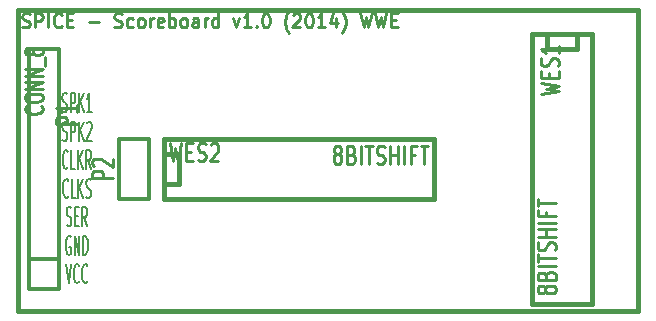
<source format=gto>
G04 (created by PCBNEW-RS274X (2012-apr-16-27)-stable) date Thu 19 Jun 2014 09:24:34 AM PDT*
G01*
G70*
G90*
%MOIN*%
G04 Gerber Fmt 3.4, Leading zero omitted, Abs format*
%FSLAX34Y34*%
G04 APERTURE LIST*
%ADD10C,0.006000*%
%ADD11C,0.015000*%
%ADD12C,0.006900*%
%ADD13C,0.010800*%
%ADD14C,0.012000*%
%ADD15C,0.010700*%
%ADD16C,0.010000*%
%ADD17C,0.011300*%
G04 APERTURE END LIST*
G54D10*
G54D11*
X25787Y-05709D02*
X05118Y-05709D01*
X25787Y-15748D02*
X25787Y-05709D01*
X05118Y-15748D02*
X25787Y-15748D01*
X05118Y-05709D02*
X05118Y-15748D01*
G54D12*
X06601Y-09083D02*
X06640Y-09113D01*
X06706Y-09113D01*
X06732Y-09083D01*
X06745Y-09053D01*
X06758Y-08993D01*
X06758Y-08933D01*
X06745Y-08873D01*
X06732Y-08843D01*
X06706Y-08813D01*
X06653Y-08783D01*
X06627Y-08753D01*
X06614Y-08723D01*
X06601Y-08663D01*
X06601Y-08603D01*
X06614Y-08543D01*
X06627Y-08513D01*
X06653Y-08483D01*
X06719Y-08483D01*
X06758Y-08513D01*
X06877Y-09113D02*
X06877Y-08483D01*
X06982Y-08483D01*
X07008Y-08513D01*
X07021Y-08543D01*
X07034Y-08603D01*
X07034Y-08693D01*
X07021Y-08753D01*
X07008Y-08783D01*
X06982Y-08813D01*
X06877Y-08813D01*
X07153Y-09113D02*
X07153Y-08483D01*
X07310Y-09113D02*
X07192Y-08753D01*
X07310Y-08483D02*
X07153Y-08843D01*
X07573Y-09113D02*
X07416Y-09113D01*
X07494Y-09113D02*
X07494Y-08483D01*
X07468Y-08573D01*
X07442Y-08633D01*
X07416Y-08663D01*
X06601Y-10034D02*
X06640Y-10064D01*
X06706Y-10064D01*
X06732Y-10034D01*
X06745Y-10004D01*
X06758Y-09944D01*
X06758Y-09884D01*
X06745Y-09824D01*
X06732Y-09794D01*
X06706Y-09764D01*
X06653Y-09734D01*
X06627Y-09704D01*
X06614Y-09674D01*
X06601Y-09614D01*
X06601Y-09554D01*
X06614Y-09494D01*
X06627Y-09464D01*
X06653Y-09434D01*
X06719Y-09434D01*
X06758Y-09464D01*
X06877Y-10064D02*
X06877Y-09434D01*
X06982Y-09434D01*
X07008Y-09464D01*
X07021Y-09494D01*
X07034Y-09554D01*
X07034Y-09644D01*
X07021Y-09704D01*
X07008Y-09734D01*
X06982Y-09764D01*
X06877Y-09764D01*
X07153Y-10064D02*
X07153Y-09434D01*
X07310Y-10064D02*
X07192Y-09704D01*
X07310Y-09434D02*
X07153Y-09794D01*
X07416Y-09494D02*
X07429Y-09464D01*
X07455Y-09434D01*
X07521Y-09434D01*
X07547Y-09464D01*
X07560Y-09494D01*
X07573Y-09554D01*
X07573Y-09614D01*
X07560Y-09704D01*
X07402Y-10064D01*
X07573Y-10064D01*
X06785Y-10955D02*
X06772Y-10985D01*
X06733Y-11015D01*
X06707Y-11015D01*
X06667Y-10985D01*
X06641Y-10925D01*
X06628Y-10865D01*
X06615Y-10745D01*
X06615Y-10655D01*
X06628Y-10535D01*
X06641Y-10475D01*
X06667Y-10415D01*
X06707Y-10385D01*
X06733Y-10385D01*
X06772Y-10415D01*
X06785Y-10445D01*
X07035Y-11015D02*
X06904Y-11015D01*
X06904Y-10385D01*
X07127Y-11015D02*
X07127Y-10385D01*
X07284Y-11015D02*
X07166Y-10655D01*
X07284Y-10385D02*
X07127Y-10745D01*
X07560Y-11015D02*
X07468Y-10715D01*
X07403Y-11015D02*
X07403Y-10385D01*
X07508Y-10385D01*
X07534Y-10415D01*
X07547Y-10445D01*
X07560Y-10505D01*
X07560Y-10595D01*
X07547Y-10655D01*
X07534Y-10685D01*
X07508Y-10715D01*
X07403Y-10715D01*
X06791Y-11906D02*
X06778Y-11936D01*
X06739Y-11966D01*
X06713Y-11966D01*
X06673Y-11936D01*
X06647Y-11876D01*
X06634Y-11816D01*
X06621Y-11696D01*
X06621Y-11606D01*
X06634Y-11486D01*
X06647Y-11426D01*
X06673Y-11366D01*
X06713Y-11336D01*
X06739Y-11336D01*
X06778Y-11366D01*
X06791Y-11396D01*
X07041Y-11966D02*
X06910Y-11966D01*
X06910Y-11336D01*
X07133Y-11966D02*
X07133Y-11336D01*
X07290Y-11966D02*
X07172Y-11606D01*
X07290Y-11336D02*
X07133Y-11696D01*
X07396Y-11936D02*
X07435Y-11966D01*
X07501Y-11966D01*
X07527Y-11936D01*
X07540Y-11906D01*
X07553Y-11846D01*
X07553Y-11786D01*
X07540Y-11726D01*
X07527Y-11696D01*
X07501Y-11666D01*
X07448Y-11636D01*
X07422Y-11606D01*
X07409Y-11576D01*
X07396Y-11516D01*
X07396Y-11456D01*
X07409Y-11396D01*
X07422Y-11366D01*
X07448Y-11336D01*
X07514Y-11336D01*
X07553Y-11366D01*
X06746Y-12887D02*
X06785Y-12917D01*
X06851Y-12917D01*
X06877Y-12887D01*
X06890Y-12857D01*
X06903Y-12797D01*
X06903Y-12737D01*
X06890Y-12677D01*
X06877Y-12647D01*
X06851Y-12617D01*
X06798Y-12587D01*
X06772Y-12557D01*
X06759Y-12527D01*
X06746Y-12467D01*
X06746Y-12407D01*
X06759Y-12347D01*
X06772Y-12317D01*
X06798Y-12287D01*
X06864Y-12287D01*
X06903Y-12317D01*
X07022Y-12587D02*
X07114Y-12587D01*
X07153Y-12917D02*
X07022Y-12917D01*
X07022Y-12287D01*
X07153Y-12287D01*
X07429Y-12917D02*
X07337Y-12617D01*
X07272Y-12917D02*
X07272Y-12287D01*
X07377Y-12287D01*
X07403Y-12317D01*
X07416Y-12347D01*
X07429Y-12407D01*
X07429Y-12497D01*
X07416Y-12557D01*
X07403Y-12587D01*
X07377Y-12617D01*
X07272Y-12617D01*
X06877Y-13268D02*
X06851Y-13238D01*
X06812Y-13238D01*
X06772Y-13268D01*
X06746Y-13328D01*
X06733Y-13388D01*
X06720Y-13508D01*
X06720Y-13598D01*
X06733Y-13718D01*
X06746Y-13778D01*
X06772Y-13838D01*
X06812Y-13868D01*
X06838Y-13868D01*
X06877Y-13838D01*
X06890Y-13808D01*
X06890Y-13598D01*
X06838Y-13598D01*
X07009Y-13868D02*
X07009Y-13238D01*
X07166Y-13868D01*
X07166Y-13238D01*
X07298Y-13868D02*
X07298Y-13238D01*
X07363Y-13238D01*
X07403Y-13268D01*
X07429Y-13328D01*
X07442Y-13388D01*
X07455Y-13508D01*
X07455Y-13598D01*
X07442Y-13718D01*
X07429Y-13778D01*
X07403Y-13838D01*
X07363Y-13868D01*
X07298Y-13868D01*
X06719Y-14189D02*
X06811Y-14819D01*
X06903Y-14189D01*
X07153Y-14759D02*
X07140Y-14789D01*
X07101Y-14819D01*
X07075Y-14819D01*
X07035Y-14789D01*
X07009Y-14729D01*
X06996Y-14669D01*
X06983Y-14549D01*
X06983Y-14459D01*
X06996Y-14339D01*
X07009Y-14279D01*
X07035Y-14219D01*
X07075Y-14189D01*
X07101Y-14189D01*
X07140Y-14219D01*
X07153Y-14249D01*
X07429Y-14759D02*
X07416Y-14789D01*
X07377Y-14819D01*
X07351Y-14819D01*
X07311Y-14789D01*
X07285Y-14729D01*
X07272Y-14669D01*
X07259Y-14549D01*
X07259Y-14459D01*
X07272Y-14339D01*
X07285Y-14279D01*
X07311Y-14219D01*
X07351Y-14189D01*
X07377Y-14189D01*
X07416Y-14219D01*
X07429Y-14249D01*
G54D13*
X05258Y-06271D02*
X05320Y-06293D01*
X05423Y-06293D01*
X05465Y-06271D01*
X05485Y-06248D01*
X05506Y-06203D01*
X05506Y-06158D01*
X05485Y-06113D01*
X05465Y-06091D01*
X05423Y-06068D01*
X05341Y-06046D01*
X05300Y-06023D01*
X05279Y-06001D01*
X05258Y-05956D01*
X05258Y-05911D01*
X05279Y-05866D01*
X05300Y-05844D01*
X05341Y-05821D01*
X05444Y-05821D01*
X05506Y-05844D01*
X05691Y-06293D02*
X05691Y-05821D01*
X05856Y-05821D01*
X05897Y-05844D01*
X05918Y-05866D01*
X05939Y-05911D01*
X05939Y-05978D01*
X05918Y-06023D01*
X05897Y-06046D01*
X05856Y-06068D01*
X05691Y-06068D01*
X06124Y-06293D02*
X06124Y-05821D01*
X06578Y-06248D02*
X06557Y-06271D01*
X06495Y-06293D01*
X06454Y-06293D01*
X06392Y-06271D01*
X06351Y-06226D01*
X06330Y-06181D01*
X06309Y-06091D01*
X06309Y-06023D01*
X06330Y-05933D01*
X06351Y-05888D01*
X06392Y-05844D01*
X06454Y-05821D01*
X06495Y-05821D01*
X06557Y-05844D01*
X06578Y-05866D01*
X06763Y-06046D02*
X06907Y-06046D01*
X06969Y-06293D02*
X06763Y-06293D01*
X06763Y-05821D01*
X06969Y-05821D01*
X07485Y-06113D02*
X07815Y-06113D01*
X08330Y-06271D02*
X08392Y-06293D01*
X08495Y-06293D01*
X08537Y-06271D01*
X08557Y-06248D01*
X08578Y-06203D01*
X08578Y-06158D01*
X08557Y-06113D01*
X08537Y-06091D01*
X08495Y-06068D01*
X08413Y-06046D01*
X08372Y-06023D01*
X08351Y-06001D01*
X08330Y-05956D01*
X08330Y-05911D01*
X08351Y-05866D01*
X08372Y-05844D01*
X08413Y-05821D01*
X08516Y-05821D01*
X08578Y-05844D01*
X08949Y-06271D02*
X08907Y-06293D01*
X08825Y-06293D01*
X08784Y-06271D01*
X08763Y-06248D01*
X08742Y-06203D01*
X08742Y-06068D01*
X08763Y-06023D01*
X08784Y-06001D01*
X08825Y-05978D01*
X08907Y-05978D01*
X08949Y-06001D01*
X09196Y-06293D02*
X09155Y-06271D01*
X09134Y-06248D01*
X09113Y-06203D01*
X09113Y-06068D01*
X09134Y-06023D01*
X09155Y-06001D01*
X09196Y-05978D01*
X09258Y-05978D01*
X09299Y-06001D01*
X09320Y-06023D01*
X09340Y-06068D01*
X09340Y-06203D01*
X09320Y-06248D01*
X09299Y-06271D01*
X09258Y-06293D01*
X09196Y-06293D01*
X09526Y-06293D02*
X09526Y-05978D01*
X09526Y-06068D02*
X09547Y-06023D01*
X09567Y-06001D01*
X09609Y-05978D01*
X09650Y-05978D01*
X09959Y-06271D02*
X09918Y-06293D01*
X09835Y-06293D01*
X09794Y-06271D01*
X09773Y-06226D01*
X09773Y-06046D01*
X09794Y-06001D01*
X09835Y-05978D01*
X09918Y-05978D01*
X09959Y-06001D01*
X09980Y-06046D01*
X09980Y-06091D01*
X09773Y-06136D01*
X10165Y-06293D02*
X10165Y-05821D01*
X10165Y-06001D02*
X10206Y-05978D01*
X10289Y-05978D01*
X10330Y-06001D01*
X10351Y-06023D01*
X10371Y-06068D01*
X10371Y-06203D01*
X10351Y-06248D01*
X10330Y-06271D01*
X10289Y-06293D01*
X10206Y-06293D01*
X10165Y-06271D01*
X10619Y-06293D02*
X10578Y-06271D01*
X10557Y-06248D01*
X10536Y-06203D01*
X10536Y-06068D01*
X10557Y-06023D01*
X10578Y-06001D01*
X10619Y-05978D01*
X10681Y-05978D01*
X10722Y-06001D01*
X10743Y-06023D01*
X10763Y-06068D01*
X10763Y-06203D01*
X10743Y-06248D01*
X10722Y-06271D01*
X10681Y-06293D01*
X10619Y-06293D01*
X11135Y-06293D02*
X11135Y-06046D01*
X11114Y-06001D01*
X11073Y-05978D01*
X10990Y-05978D01*
X10949Y-06001D01*
X11135Y-06271D02*
X11093Y-06293D01*
X10990Y-06293D01*
X10949Y-06271D01*
X10928Y-06226D01*
X10928Y-06181D01*
X10949Y-06136D01*
X10990Y-06113D01*
X11093Y-06113D01*
X11135Y-06091D01*
X11341Y-06293D02*
X11341Y-05978D01*
X11341Y-06068D02*
X11362Y-06023D01*
X11382Y-06001D01*
X11424Y-05978D01*
X11465Y-05978D01*
X11795Y-06293D02*
X11795Y-05821D01*
X11795Y-06271D02*
X11753Y-06293D01*
X11671Y-06293D01*
X11630Y-06271D01*
X11609Y-06248D01*
X11588Y-06203D01*
X11588Y-06068D01*
X11609Y-06023D01*
X11630Y-06001D01*
X11671Y-05978D01*
X11753Y-05978D01*
X11795Y-06001D01*
X12290Y-05978D02*
X12393Y-06293D01*
X12496Y-05978D01*
X12888Y-06293D02*
X12640Y-06293D01*
X12764Y-06293D02*
X12764Y-05821D01*
X12723Y-05888D01*
X12682Y-05933D01*
X12640Y-05956D01*
X13073Y-06248D02*
X13094Y-06271D01*
X13073Y-06293D01*
X13052Y-06271D01*
X13073Y-06248D01*
X13073Y-06293D01*
X13362Y-05821D02*
X13403Y-05821D01*
X13444Y-05844D01*
X13465Y-05866D01*
X13485Y-05911D01*
X13506Y-06001D01*
X13506Y-06113D01*
X13485Y-06203D01*
X13465Y-06248D01*
X13444Y-06271D01*
X13403Y-06293D01*
X13362Y-06293D01*
X13320Y-06271D01*
X13300Y-06248D01*
X13279Y-06203D01*
X13258Y-06113D01*
X13258Y-06001D01*
X13279Y-05911D01*
X13300Y-05866D01*
X13320Y-05844D01*
X13362Y-05821D01*
X14145Y-06473D02*
X14124Y-06450D01*
X14083Y-06383D01*
X14062Y-06338D01*
X14042Y-06271D01*
X14021Y-06158D01*
X14021Y-06068D01*
X14042Y-05956D01*
X14062Y-05888D01*
X14083Y-05844D01*
X14124Y-05776D01*
X14145Y-05754D01*
X14289Y-05866D02*
X14310Y-05844D01*
X14351Y-05821D01*
X14454Y-05821D01*
X14496Y-05844D01*
X14516Y-05866D01*
X14537Y-05911D01*
X14537Y-05956D01*
X14516Y-06023D01*
X14269Y-06293D01*
X14537Y-06293D01*
X14805Y-05821D02*
X14846Y-05821D01*
X14887Y-05844D01*
X14908Y-05866D01*
X14928Y-05911D01*
X14949Y-06001D01*
X14949Y-06113D01*
X14928Y-06203D01*
X14908Y-06248D01*
X14887Y-06271D01*
X14846Y-06293D01*
X14805Y-06293D01*
X14763Y-06271D01*
X14743Y-06248D01*
X14722Y-06203D01*
X14701Y-06113D01*
X14701Y-06001D01*
X14722Y-05911D01*
X14743Y-05866D01*
X14763Y-05844D01*
X14805Y-05821D01*
X15361Y-06293D02*
X15113Y-06293D01*
X15237Y-06293D02*
X15237Y-05821D01*
X15196Y-05888D01*
X15155Y-05933D01*
X15113Y-05956D01*
X15732Y-05978D02*
X15732Y-06293D01*
X15629Y-05799D02*
X15525Y-06136D01*
X15794Y-06136D01*
X15917Y-06473D02*
X15937Y-06450D01*
X15979Y-06383D01*
X15999Y-06338D01*
X16020Y-06271D01*
X16041Y-06158D01*
X16041Y-06068D01*
X16020Y-05956D01*
X15999Y-05888D01*
X15979Y-05844D01*
X15937Y-05776D01*
X15917Y-05754D01*
X16536Y-05821D02*
X16639Y-06293D01*
X16721Y-05956D01*
X16804Y-06293D01*
X16907Y-05821D01*
X17031Y-05821D02*
X17134Y-06293D01*
X17216Y-05956D01*
X17299Y-06293D01*
X17402Y-05821D01*
X17567Y-06046D02*
X17711Y-06046D01*
X17773Y-06293D02*
X17567Y-06293D01*
X17567Y-05821D01*
X17773Y-05821D01*
G54D14*
X05500Y-15000D02*
X05500Y-07000D01*
X05500Y-07000D02*
X06500Y-07000D01*
X06500Y-07000D02*
X06500Y-15000D01*
X06500Y-15000D02*
X05500Y-15000D01*
X06500Y-14000D02*
X05500Y-14000D01*
X09500Y-12000D02*
X08500Y-12000D01*
X08500Y-12000D02*
X08500Y-10000D01*
X08500Y-10000D02*
X09500Y-10000D01*
X09500Y-10000D02*
X09500Y-12000D01*
G54D11*
X23750Y-06500D02*
X23750Y-06500D01*
X23750Y-06500D02*
X23750Y-07000D01*
X23750Y-07000D02*
X22750Y-07000D01*
X22750Y-07000D02*
X22750Y-06500D01*
X24250Y-06500D02*
X24250Y-15500D01*
X24250Y-15500D02*
X22250Y-15500D01*
X22250Y-15500D02*
X22250Y-06500D01*
X22250Y-06500D02*
X24250Y-06500D01*
X10000Y-10500D02*
X10000Y-10500D01*
X10000Y-10500D02*
X10500Y-10500D01*
X10500Y-10500D02*
X10500Y-11500D01*
X10500Y-11500D02*
X10000Y-11500D01*
X10000Y-10000D02*
X19000Y-10000D01*
X19000Y-10000D02*
X19000Y-12000D01*
X19000Y-12000D02*
X10000Y-12000D01*
X10000Y-12000D02*
X10000Y-10000D01*
G54D15*
X07075Y-09516D02*
X06394Y-09516D01*
X06394Y-09353D01*
X06427Y-09312D01*
X06459Y-09292D01*
X06524Y-09272D01*
X06621Y-09272D01*
X06686Y-09292D01*
X06718Y-09312D01*
X06751Y-09353D01*
X06751Y-09516D01*
X07075Y-08864D02*
X07075Y-09108D01*
X07075Y-08986D02*
X06394Y-08986D01*
X06491Y-09027D01*
X06556Y-09068D01*
X06589Y-09108D01*
G54D16*
X05895Y-08918D02*
X05923Y-08937D01*
X05952Y-08994D01*
X05952Y-09032D01*
X05923Y-09090D01*
X05866Y-09128D01*
X05809Y-09147D01*
X05695Y-09166D01*
X05609Y-09166D01*
X05495Y-09147D01*
X05438Y-09128D01*
X05380Y-09090D01*
X05352Y-09032D01*
X05352Y-08994D01*
X05380Y-08937D01*
X05409Y-08918D01*
X05352Y-08671D02*
X05352Y-08594D01*
X05380Y-08556D01*
X05438Y-08518D01*
X05552Y-08499D01*
X05752Y-08499D01*
X05866Y-08518D01*
X05923Y-08556D01*
X05952Y-08594D01*
X05952Y-08671D01*
X05923Y-08709D01*
X05866Y-08747D01*
X05752Y-08766D01*
X05552Y-08766D01*
X05438Y-08747D01*
X05380Y-08709D01*
X05352Y-08671D01*
X05952Y-08328D02*
X05352Y-08328D01*
X05952Y-08099D01*
X05352Y-08099D01*
X05952Y-07909D02*
X05352Y-07909D01*
X05952Y-07680D01*
X05352Y-07680D01*
X06009Y-07585D02*
X06009Y-07280D01*
X05609Y-07128D02*
X05580Y-07166D01*
X05552Y-07185D01*
X05495Y-07204D01*
X05466Y-07204D01*
X05409Y-07185D01*
X05380Y-07166D01*
X05352Y-07128D01*
X05352Y-07051D01*
X05380Y-07013D01*
X05409Y-06994D01*
X05466Y-06975D01*
X05495Y-06975D01*
X05552Y-06994D01*
X05580Y-07013D01*
X05609Y-07051D01*
X05609Y-07128D01*
X05638Y-07166D01*
X05666Y-07185D01*
X05723Y-07204D01*
X05838Y-07204D01*
X05895Y-07185D01*
X05923Y-07166D01*
X05952Y-07128D01*
X05952Y-07051D01*
X05923Y-07013D01*
X05895Y-06994D01*
X05838Y-06975D01*
X05723Y-06975D01*
X05666Y-06994D01*
X05638Y-07013D01*
X05609Y-07051D01*
G54D15*
X08275Y-11316D02*
X07594Y-11316D01*
X07594Y-11153D01*
X07627Y-11112D01*
X07659Y-11092D01*
X07724Y-11072D01*
X07821Y-11072D01*
X07886Y-11092D01*
X07918Y-11112D01*
X07951Y-11153D01*
X07951Y-11316D01*
X07659Y-10908D02*
X07627Y-10888D01*
X07594Y-10847D01*
X07594Y-10745D01*
X07627Y-10705D01*
X07659Y-10684D01*
X07724Y-10664D01*
X07789Y-10664D01*
X07886Y-10684D01*
X08275Y-10929D01*
X08275Y-10664D01*
G54D17*
X22543Y-08525D02*
X23143Y-08418D01*
X22714Y-08332D01*
X23143Y-08246D01*
X22543Y-08139D01*
X22829Y-07968D02*
X22829Y-07818D01*
X23143Y-07754D02*
X23143Y-07968D01*
X22543Y-07968D01*
X22543Y-07754D01*
X23114Y-07582D02*
X23143Y-07518D01*
X23143Y-07411D01*
X23114Y-07368D01*
X23086Y-07347D01*
X23029Y-07325D01*
X22971Y-07325D01*
X22914Y-07347D01*
X22886Y-07368D01*
X22857Y-07411D01*
X22829Y-07497D01*
X22800Y-07539D01*
X22771Y-07561D01*
X22714Y-07582D01*
X22657Y-07582D01*
X22600Y-07561D01*
X22571Y-07539D01*
X22543Y-07497D01*
X22543Y-07389D01*
X22571Y-07325D01*
X23143Y-06896D02*
X23143Y-07153D01*
X23143Y-07025D02*
X22543Y-07025D01*
X22629Y-07068D01*
X22686Y-07110D01*
X22714Y-07153D01*
X22700Y-15068D02*
X22671Y-15110D01*
X22643Y-15132D01*
X22586Y-15153D01*
X22557Y-15153D01*
X22500Y-15132D01*
X22471Y-15110D01*
X22443Y-15068D01*
X22443Y-14982D01*
X22471Y-14939D01*
X22500Y-14918D01*
X22557Y-14896D01*
X22586Y-14896D01*
X22643Y-14918D01*
X22671Y-14939D01*
X22700Y-14982D01*
X22700Y-15068D01*
X22729Y-15110D01*
X22757Y-15132D01*
X22814Y-15153D01*
X22929Y-15153D01*
X22986Y-15132D01*
X23014Y-15110D01*
X23043Y-15068D01*
X23043Y-14982D01*
X23014Y-14939D01*
X22986Y-14918D01*
X22929Y-14896D01*
X22814Y-14896D01*
X22757Y-14918D01*
X22729Y-14939D01*
X22700Y-14982D01*
X22729Y-14553D02*
X22757Y-14489D01*
X22786Y-14467D01*
X22843Y-14446D01*
X22929Y-14446D01*
X22986Y-14467D01*
X23014Y-14489D01*
X23043Y-14531D01*
X23043Y-14703D01*
X22443Y-14703D01*
X22443Y-14553D01*
X22471Y-14510D01*
X22500Y-14489D01*
X22557Y-14467D01*
X22614Y-14467D01*
X22671Y-14489D01*
X22700Y-14510D01*
X22729Y-14553D01*
X22729Y-14703D01*
X23043Y-14253D02*
X22443Y-14253D01*
X22443Y-14103D02*
X22443Y-13846D01*
X23043Y-13975D02*
X22443Y-13975D01*
X23014Y-13717D02*
X23043Y-13653D01*
X23043Y-13546D01*
X23014Y-13503D01*
X22986Y-13482D01*
X22929Y-13460D01*
X22871Y-13460D01*
X22814Y-13482D01*
X22786Y-13503D01*
X22757Y-13546D01*
X22729Y-13632D01*
X22700Y-13674D01*
X22671Y-13696D01*
X22614Y-13717D01*
X22557Y-13717D01*
X22500Y-13696D01*
X22471Y-13674D01*
X22443Y-13632D01*
X22443Y-13524D01*
X22471Y-13460D01*
X23043Y-13267D02*
X22443Y-13267D01*
X22729Y-13267D02*
X22729Y-13010D01*
X23043Y-13010D02*
X22443Y-13010D01*
X23043Y-12796D02*
X22443Y-12796D01*
X22729Y-12432D02*
X22729Y-12582D01*
X23043Y-12582D02*
X22443Y-12582D01*
X22443Y-12368D01*
X22443Y-12260D02*
X22443Y-12003D01*
X23043Y-12132D02*
X22443Y-12132D01*
X10175Y-10143D02*
X10282Y-10743D01*
X10368Y-10314D01*
X10454Y-10743D01*
X10561Y-10143D01*
X10732Y-10429D02*
X10882Y-10429D01*
X10946Y-10743D02*
X10732Y-10743D01*
X10732Y-10143D01*
X10946Y-10143D01*
X11118Y-10714D02*
X11182Y-10743D01*
X11289Y-10743D01*
X11332Y-10714D01*
X11353Y-10686D01*
X11375Y-10629D01*
X11375Y-10571D01*
X11353Y-10514D01*
X11332Y-10486D01*
X11289Y-10457D01*
X11203Y-10429D01*
X11161Y-10400D01*
X11139Y-10371D01*
X11118Y-10314D01*
X11118Y-10257D01*
X11139Y-10200D01*
X11161Y-10171D01*
X11203Y-10143D01*
X11311Y-10143D01*
X11375Y-10171D01*
X11547Y-10200D02*
X11568Y-10171D01*
X11611Y-10143D01*
X11718Y-10143D01*
X11761Y-10171D01*
X11782Y-10200D01*
X11804Y-10257D01*
X11804Y-10314D01*
X11782Y-10400D01*
X11525Y-10743D01*
X11804Y-10743D01*
X15732Y-10500D02*
X15690Y-10471D01*
X15668Y-10443D01*
X15647Y-10386D01*
X15647Y-10357D01*
X15668Y-10300D01*
X15690Y-10271D01*
X15732Y-10243D01*
X15818Y-10243D01*
X15861Y-10271D01*
X15882Y-10300D01*
X15904Y-10357D01*
X15904Y-10386D01*
X15882Y-10443D01*
X15861Y-10471D01*
X15818Y-10500D01*
X15732Y-10500D01*
X15690Y-10529D01*
X15668Y-10557D01*
X15647Y-10614D01*
X15647Y-10729D01*
X15668Y-10786D01*
X15690Y-10814D01*
X15732Y-10843D01*
X15818Y-10843D01*
X15861Y-10814D01*
X15882Y-10786D01*
X15904Y-10729D01*
X15904Y-10614D01*
X15882Y-10557D01*
X15861Y-10529D01*
X15818Y-10500D01*
X16247Y-10529D02*
X16311Y-10557D01*
X16333Y-10586D01*
X16354Y-10643D01*
X16354Y-10729D01*
X16333Y-10786D01*
X16311Y-10814D01*
X16269Y-10843D01*
X16097Y-10843D01*
X16097Y-10243D01*
X16247Y-10243D01*
X16290Y-10271D01*
X16311Y-10300D01*
X16333Y-10357D01*
X16333Y-10414D01*
X16311Y-10471D01*
X16290Y-10500D01*
X16247Y-10529D01*
X16097Y-10529D01*
X16547Y-10843D02*
X16547Y-10243D01*
X16697Y-10243D02*
X16954Y-10243D01*
X16825Y-10843D02*
X16825Y-10243D01*
X17083Y-10814D02*
X17147Y-10843D01*
X17254Y-10843D01*
X17297Y-10814D01*
X17318Y-10786D01*
X17340Y-10729D01*
X17340Y-10671D01*
X17318Y-10614D01*
X17297Y-10586D01*
X17254Y-10557D01*
X17168Y-10529D01*
X17126Y-10500D01*
X17104Y-10471D01*
X17083Y-10414D01*
X17083Y-10357D01*
X17104Y-10300D01*
X17126Y-10271D01*
X17168Y-10243D01*
X17276Y-10243D01*
X17340Y-10271D01*
X17533Y-10843D02*
X17533Y-10243D01*
X17533Y-10529D02*
X17790Y-10529D01*
X17790Y-10843D02*
X17790Y-10243D01*
X18004Y-10843D02*
X18004Y-10243D01*
X18368Y-10529D02*
X18218Y-10529D01*
X18218Y-10843D02*
X18218Y-10243D01*
X18432Y-10243D01*
X18540Y-10243D02*
X18797Y-10243D01*
X18668Y-10843D02*
X18668Y-10243D01*
M02*

</source>
